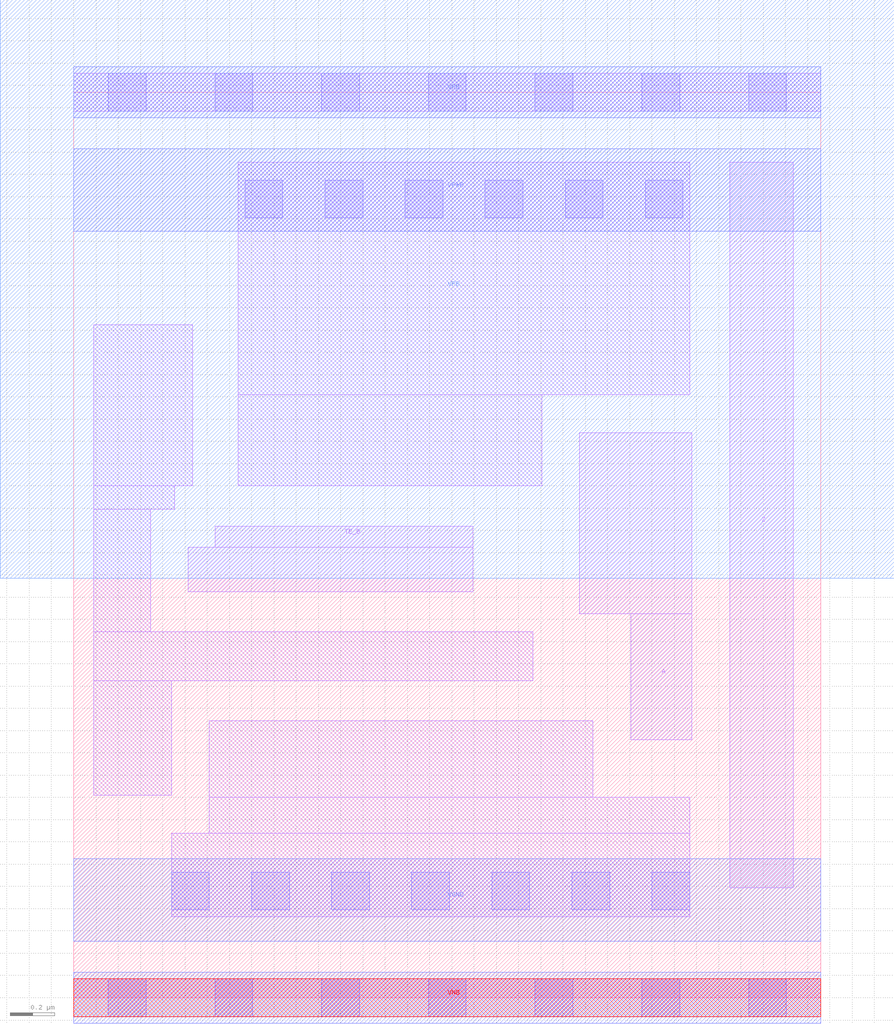
<source format=lef>
# Copyright 2020 The SkyWater PDK Authors
#
# Licensed under the Apache License, Version 2.0 (the "License");
# you may not use this file except in compliance with the License.
# You may obtain a copy of the License at
#
#     https://www.apache.org/licenses/LICENSE-2.0
#
# Unless required by applicable law or agreed to in writing, software
# distributed under the License is distributed on an "AS IS" BASIS,
# WITHOUT WARRANTIES OR CONDITIONS OF ANY KIND, either express or implied.
# See the License for the specific language governing permissions and
# limitations under the License.
#
# SPDX-License-Identifier: Apache-2.0

VERSION 5.7 ;
  NOWIREEXTENSIONATPIN ON ;
  DIVIDERCHAR "/" ;
  BUSBITCHARS "[]" ;
MACRO sky130_fd_sc_hvl__einvn_1
  CLASS CORE ;
  FOREIGN sky130_fd_sc_hvl__einvn_1 ;
  ORIGIN  0.000000  0.000000 ;
  SIZE  3.360000 BY  4.070000 ;
  SYMMETRY X Y ;
  SITE unithv ;
  PIN A
    ANTENNAGATEAREA  1.125000 ;
    DIRECTION INPUT ;
    USE SIGNAL ;
    PORT
      LAYER li1 ;
        RECT 2.275000 1.725000 2.780000 2.540000 ;
        RECT 2.505000 1.160000 2.780000 1.725000 ;
    END
  END A
  PIN TE_B
    ANTENNAGATEAREA  1.335000 ;
    DIRECTION INPUT ;
    USE SIGNAL ;
    PORT
      LAYER li1 ;
        RECT 0.515000 1.825000 1.795000 2.025000 ;
        RECT 0.635000 2.025000 1.795000 2.120000 ;
    END
  END TE_B
  PIN Z
    ANTENNADIFFAREA  0.641250 ;
    DIRECTION OUTPUT ;
    USE SIGNAL ;
    PORT
      LAYER li1 ;
        RECT 2.950000 0.495000 3.235000 3.755000 ;
    END
  END Z
  PIN VGND
    DIRECTION INOUT ;
    USE GROUND ;
    PORT
      LAYER met1 ;
        RECT 0.000000 0.255000 3.360000 0.625000 ;
    END
  END VGND
  PIN VNB
    DIRECTION INOUT ;
    USE GROUND ;
    PORT
      LAYER met1 ;
        RECT 0.000000 -0.115000 3.360000 0.115000 ;
      LAYER pwell ;
        RECT 0.000000 -0.085000 3.360000 0.085000 ;
    END
  END VNB
  PIN VPB
    DIRECTION INOUT ;
    USE POWER ;
    PORT
      LAYER met1 ;
        RECT 0.000000 3.955000 3.360000 4.185000 ;
      LAYER nwell ;
        RECT -0.330000 1.885000 3.690000 4.485000 ;
    END
  END VPB
  PIN VPWR
    DIRECTION INOUT ;
    USE POWER ;
    PORT
      LAYER met1 ;
        RECT 0.000000 3.445000 3.360000 3.815000 ;
    END
  END VPWR
  OBS
    LAYER li1 ;
      RECT 0.000000 -0.085000 3.360000 0.085000 ;
      RECT 0.000000  3.985000 3.360000 4.155000 ;
      RECT 0.090000  0.910000 0.440000 1.425000 ;
      RECT 0.090000  1.425000 2.065000 1.645000 ;
      RECT 0.090000  1.645000 0.345000 2.195000 ;
      RECT 0.090000  2.195000 0.455000 2.300000 ;
      RECT 0.090000  2.300000 0.535000 3.025000 ;
      RECT 0.440000  0.365000 2.770000 0.740000 ;
      RECT 0.610000  0.740000 2.770000 0.900000 ;
      RECT 0.610000  0.900000 2.335000 1.245000 ;
      RECT 0.740000  2.300000 2.105000 2.710000 ;
      RECT 0.740000  2.710000 2.770000 3.755000 ;
    LAYER mcon ;
      RECT 0.155000 -0.085000 0.325000 0.085000 ;
      RECT 0.155000  3.985000 0.325000 4.155000 ;
      RECT 0.440000  0.395000 0.610000 0.565000 ;
      RECT 0.635000 -0.085000 0.805000 0.085000 ;
      RECT 0.635000  3.985000 0.805000 4.155000 ;
      RECT 0.770000  3.505000 0.940000 3.675000 ;
      RECT 0.800000  0.395000 0.970000 0.565000 ;
      RECT 1.115000 -0.085000 1.285000 0.085000 ;
      RECT 1.115000  3.985000 1.285000 4.155000 ;
      RECT 1.130000  3.505000 1.300000 3.675000 ;
      RECT 1.160000  0.395000 1.330000 0.565000 ;
      RECT 1.490000  3.505000 1.660000 3.675000 ;
      RECT 1.520000  0.395000 1.690000 0.565000 ;
      RECT 1.595000 -0.085000 1.765000 0.085000 ;
      RECT 1.595000  3.985000 1.765000 4.155000 ;
      RECT 1.850000  3.505000 2.020000 3.675000 ;
      RECT 1.880000  0.395000 2.050000 0.565000 ;
      RECT 2.075000 -0.085000 2.245000 0.085000 ;
      RECT 2.075000  3.985000 2.245000 4.155000 ;
      RECT 2.210000  3.505000 2.380000 3.675000 ;
      RECT 2.240000  0.395000 2.410000 0.565000 ;
      RECT 2.555000 -0.085000 2.725000 0.085000 ;
      RECT 2.555000  3.985000 2.725000 4.155000 ;
      RECT 2.570000  3.505000 2.740000 3.675000 ;
      RECT 2.600000  0.395000 2.770000 0.565000 ;
      RECT 3.035000 -0.085000 3.205000 0.085000 ;
      RECT 3.035000  3.985000 3.205000 4.155000 ;
  END
END sky130_fd_sc_hvl__einvn_1
END LIBRARY

</source>
